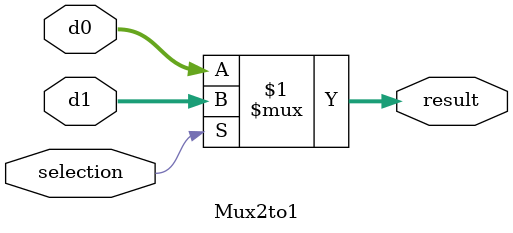
<source format=sv>
module Mux2to1 #(parameter WIDTH = 8)
				    (input logic  [WIDTH-1:0] d0, d1,
					  input logic selection,
					  output logic [WIDTH-1:0] result);
	
	assign result = selection ? d1 : d0;
endmodule

</source>
